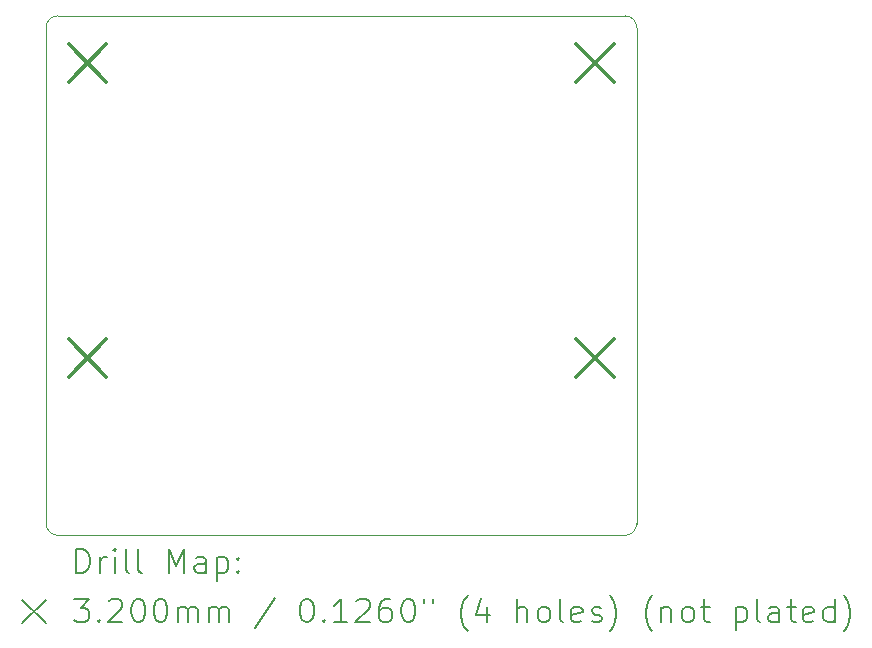
<source format=gbr>
%TF.GenerationSoftware,KiCad,Pcbnew,8.0.8*%
%TF.CreationDate,2025-04-18T09:22:20-04:00*%
%TF.ProjectId,RF4463F30-test-board,52463434-3633-4463-9330-2d746573742d,rev?*%
%TF.SameCoordinates,Original*%
%TF.FileFunction,Drillmap*%
%TF.FilePolarity,Positive*%
%FSLAX45Y45*%
G04 Gerber Fmt 4.5, Leading zero omitted, Abs format (unit mm)*
G04 Created by KiCad (PCBNEW 8.0.8) date 2025-04-18 09:22:20*
%MOMM*%
%LPD*%
G01*
G04 APERTURE LIST*
%ADD10C,0.100000*%
%ADD11C,0.200000*%
%ADD12C,0.320000*%
G04 APERTURE END LIST*
D10*
X13650000Y-7500000D02*
X13650000Y-11700000D01*
X18550000Y-11800000D02*
X13750000Y-11800000D01*
X18650000Y-11700000D02*
G75*
G02*
X18550000Y-11800000I-100000J0D01*
G01*
X13650000Y-7500000D02*
G75*
G02*
X13750000Y-7400000I100000J0D01*
G01*
X18550000Y-7400000D02*
X13750000Y-7400000D01*
X18650000Y-11700000D02*
X18650000Y-7500000D01*
X18550000Y-7400000D02*
G75*
G02*
X18650000Y-7500000I0J-100000D01*
G01*
X13750000Y-11800000D02*
G75*
G02*
X13650000Y-11700000I0J100000D01*
G01*
D11*
D12*
X13840000Y-7640000D02*
X14160000Y-7960000D01*
X14160000Y-7640000D02*
X13840000Y-7960000D01*
X13840000Y-10140000D02*
X14160000Y-10460000D01*
X14160000Y-10140000D02*
X13840000Y-10460000D01*
X18140000Y-7640000D02*
X18460000Y-7960000D01*
X18460000Y-7640000D02*
X18140000Y-7960000D01*
X18140000Y-10140000D02*
X18460000Y-10460000D01*
X18460000Y-10140000D02*
X18140000Y-10460000D01*
D11*
X13905777Y-12116484D02*
X13905777Y-11916484D01*
X13905777Y-11916484D02*
X13953396Y-11916484D01*
X13953396Y-11916484D02*
X13981967Y-11926008D01*
X13981967Y-11926008D02*
X14001015Y-11945055D01*
X14001015Y-11945055D02*
X14010539Y-11964103D01*
X14010539Y-11964103D02*
X14020062Y-12002198D01*
X14020062Y-12002198D02*
X14020062Y-12030769D01*
X14020062Y-12030769D02*
X14010539Y-12068865D01*
X14010539Y-12068865D02*
X14001015Y-12087912D01*
X14001015Y-12087912D02*
X13981967Y-12106960D01*
X13981967Y-12106960D02*
X13953396Y-12116484D01*
X13953396Y-12116484D02*
X13905777Y-12116484D01*
X14105777Y-12116484D02*
X14105777Y-11983150D01*
X14105777Y-12021246D02*
X14115301Y-12002198D01*
X14115301Y-12002198D02*
X14124824Y-11992674D01*
X14124824Y-11992674D02*
X14143872Y-11983150D01*
X14143872Y-11983150D02*
X14162920Y-11983150D01*
X14229586Y-12116484D02*
X14229586Y-11983150D01*
X14229586Y-11916484D02*
X14220062Y-11926008D01*
X14220062Y-11926008D02*
X14229586Y-11935531D01*
X14229586Y-11935531D02*
X14239110Y-11926008D01*
X14239110Y-11926008D02*
X14229586Y-11916484D01*
X14229586Y-11916484D02*
X14229586Y-11935531D01*
X14353396Y-12116484D02*
X14334348Y-12106960D01*
X14334348Y-12106960D02*
X14324824Y-12087912D01*
X14324824Y-12087912D02*
X14324824Y-11916484D01*
X14458158Y-12116484D02*
X14439110Y-12106960D01*
X14439110Y-12106960D02*
X14429586Y-12087912D01*
X14429586Y-12087912D02*
X14429586Y-11916484D01*
X14686729Y-12116484D02*
X14686729Y-11916484D01*
X14686729Y-11916484D02*
X14753396Y-12059341D01*
X14753396Y-12059341D02*
X14820062Y-11916484D01*
X14820062Y-11916484D02*
X14820062Y-12116484D01*
X15001015Y-12116484D02*
X15001015Y-12011722D01*
X15001015Y-12011722D02*
X14991491Y-11992674D01*
X14991491Y-11992674D02*
X14972443Y-11983150D01*
X14972443Y-11983150D02*
X14934348Y-11983150D01*
X14934348Y-11983150D02*
X14915301Y-11992674D01*
X15001015Y-12106960D02*
X14981967Y-12116484D01*
X14981967Y-12116484D02*
X14934348Y-12116484D01*
X14934348Y-12116484D02*
X14915301Y-12106960D01*
X14915301Y-12106960D02*
X14905777Y-12087912D01*
X14905777Y-12087912D02*
X14905777Y-12068865D01*
X14905777Y-12068865D02*
X14915301Y-12049817D01*
X14915301Y-12049817D02*
X14934348Y-12040293D01*
X14934348Y-12040293D02*
X14981967Y-12040293D01*
X14981967Y-12040293D02*
X15001015Y-12030769D01*
X15096253Y-11983150D02*
X15096253Y-12183150D01*
X15096253Y-11992674D02*
X15115301Y-11983150D01*
X15115301Y-11983150D02*
X15153396Y-11983150D01*
X15153396Y-11983150D02*
X15172443Y-11992674D01*
X15172443Y-11992674D02*
X15181967Y-12002198D01*
X15181967Y-12002198D02*
X15191491Y-12021246D01*
X15191491Y-12021246D02*
X15191491Y-12078388D01*
X15191491Y-12078388D02*
X15181967Y-12097436D01*
X15181967Y-12097436D02*
X15172443Y-12106960D01*
X15172443Y-12106960D02*
X15153396Y-12116484D01*
X15153396Y-12116484D02*
X15115301Y-12116484D01*
X15115301Y-12116484D02*
X15096253Y-12106960D01*
X15277205Y-12097436D02*
X15286729Y-12106960D01*
X15286729Y-12106960D02*
X15277205Y-12116484D01*
X15277205Y-12116484D02*
X15267682Y-12106960D01*
X15267682Y-12106960D02*
X15277205Y-12097436D01*
X15277205Y-12097436D02*
X15277205Y-12116484D01*
X15277205Y-11992674D02*
X15286729Y-12002198D01*
X15286729Y-12002198D02*
X15277205Y-12011722D01*
X15277205Y-12011722D02*
X15267682Y-12002198D01*
X15267682Y-12002198D02*
X15277205Y-11992674D01*
X15277205Y-11992674D02*
X15277205Y-12011722D01*
X13445000Y-12345000D02*
X13645000Y-12545000D01*
X13645000Y-12345000D02*
X13445000Y-12545000D01*
X13886729Y-12336484D02*
X14010539Y-12336484D01*
X14010539Y-12336484D02*
X13943872Y-12412674D01*
X13943872Y-12412674D02*
X13972443Y-12412674D01*
X13972443Y-12412674D02*
X13991491Y-12422198D01*
X13991491Y-12422198D02*
X14001015Y-12431722D01*
X14001015Y-12431722D02*
X14010539Y-12450769D01*
X14010539Y-12450769D02*
X14010539Y-12498388D01*
X14010539Y-12498388D02*
X14001015Y-12517436D01*
X14001015Y-12517436D02*
X13991491Y-12526960D01*
X13991491Y-12526960D02*
X13972443Y-12536484D01*
X13972443Y-12536484D02*
X13915301Y-12536484D01*
X13915301Y-12536484D02*
X13896253Y-12526960D01*
X13896253Y-12526960D02*
X13886729Y-12517436D01*
X14096253Y-12517436D02*
X14105777Y-12526960D01*
X14105777Y-12526960D02*
X14096253Y-12536484D01*
X14096253Y-12536484D02*
X14086729Y-12526960D01*
X14086729Y-12526960D02*
X14096253Y-12517436D01*
X14096253Y-12517436D02*
X14096253Y-12536484D01*
X14181967Y-12355531D02*
X14191491Y-12346008D01*
X14191491Y-12346008D02*
X14210539Y-12336484D01*
X14210539Y-12336484D02*
X14258158Y-12336484D01*
X14258158Y-12336484D02*
X14277205Y-12346008D01*
X14277205Y-12346008D02*
X14286729Y-12355531D01*
X14286729Y-12355531D02*
X14296253Y-12374579D01*
X14296253Y-12374579D02*
X14296253Y-12393627D01*
X14296253Y-12393627D02*
X14286729Y-12422198D01*
X14286729Y-12422198D02*
X14172443Y-12536484D01*
X14172443Y-12536484D02*
X14296253Y-12536484D01*
X14420062Y-12336484D02*
X14439110Y-12336484D01*
X14439110Y-12336484D02*
X14458158Y-12346008D01*
X14458158Y-12346008D02*
X14467682Y-12355531D01*
X14467682Y-12355531D02*
X14477205Y-12374579D01*
X14477205Y-12374579D02*
X14486729Y-12412674D01*
X14486729Y-12412674D02*
X14486729Y-12460293D01*
X14486729Y-12460293D02*
X14477205Y-12498388D01*
X14477205Y-12498388D02*
X14467682Y-12517436D01*
X14467682Y-12517436D02*
X14458158Y-12526960D01*
X14458158Y-12526960D02*
X14439110Y-12536484D01*
X14439110Y-12536484D02*
X14420062Y-12536484D01*
X14420062Y-12536484D02*
X14401015Y-12526960D01*
X14401015Y-12526960D02*
X14391491Y-12517436D01*
X14391491Y-12517436D02*
X14381967Y-12498388D01*
X14381967Y-12498388D02*
X14372443Y-12460293D01*
X14372443Y-12460293D02*
X14372443Y-12412674D01*
X14372443Y-12412674D02*
X14381967Y-12374579D01*
X14381967Y-12374579D02*
X14391491Y-12355531D01*
X14391491Y-12355531D02*
X14401015Y-12346008D01*
X14401015Y-12346008D02*
X14420062Y-12336484D01*
X14610539Y-12336484D02*
X14629586Y-12336484D01*
X14629586Y-12336484D02*
X14648634Y-12346008D01*
X14648634Y-12346008D02*
X14658158Y-12355531D01*
X14658158Y-12355531D02*
X14667682Y-12374579D01*
X14667682Y-12374579D02*
X14677205Y-12412674D01*
X14677205Y-12412674D02*
X14677205Y-12460293D01*
X14677205Y-12460293D02*
X14667682Y-12498388D01*
X14667682Y-12498388D02*
X14658158Y-12517436D01*
X14658158Y-12517436D02*
X14648634Y-12526960D01*
X14648634Y-12526960D02*
X14629586Y-12536484D01*
X14629586Y-12536484D02*
X14610539Y-12536484D01*
X14610539Y-12536484D02*
X14591491Y-12526960D01*
X14591491Y-12526960D02*
X14581967Y-12517436D01*
X14581967Y-12517436D02*
X14572443Y-12498388D01*
X14572443Y-12498388D02*
X14562920Y-12460293D01*
X14562920Y-12460293D02*
X14562920Y-12412674D01*
X14562920Y-12412674D02*
X14572443Y-12374579D01*
X14572443Y-12374579D02*
X14581967Y-12355531D01*
X14581967Y-12355531D02*
X14591491Y-12346008D01*
X14591491Y-12346008D02*
X14610539Y-12336484D01*
X14762920Y-12536484D02*
X14762920Y-12403150D01*
X14762920Y-12422198D02*
X14772443Y-12412674D01*
X14772443Y-12412674D02*
X14791491Y-12403150D01*
X14791491Y-12403150D02*
X14820063Y-12403150D01*
X14820063Y-12403150D02*
X14839110Y-12412674D01*
X14839110Y-12412674D02*
X14848634Y-12431722D01*
X14848634Y-12431722D02*
X14848634Y-12536484D01*
X14848634Y-12431722D02*
X14858158Y-12412674D01*
X14858158Y-12412674D02*
X14877205Y-12403150D01*
X14877205Y-12403150D02*
X14905777Y-12403150D01*
X14905777Y-12403150D02*
X14924824Y-12412674D01*
X14924824Y-12412674D02*
X14934348Y-12431722D01*
X14934348Y-12431722D02*
X14934348Y-12536484D01*
X15029586Y-12536484D02*
X15029586Y-12403150D01*
X15029586Y-12422198D02*
X15039110Y-12412674D01*
X15039110Y-12412674D02*
X15058158Y-12403150D01*
X15058158Y-12403150D02*
X15086729Y-12403150D01*
X15086729Y-12403150D02*
X15105777Y-12412674D01*
X15105777Y-12412674D02*
X15115301Y-12431722D01*
X15115301Y-12431722D02*
X15115301Y-12536484D01*
X15115301Y-12431722D02*
X15124824Y-12412674D01*
X15124824Y-12412674D02*
X15143872Y-12403150D01*
X15143872Y-12403150D02*
X15172443Y-12403150D01*
X15172443Y-12403150D02*
X15191491Y-12412674D01*
X15191491Y-12412674D02*
X15201015Y-12431722D01*
X15201015Y-12431722D02*
X15201015Y-12536484D01*
X15591491Y-12326960D02*
X15420063Y-12584103D01*
X15848634Y-12336484D02*
X15867682Y-12336484D01*
X15867682Y-12336484D02*
X15886729Y-12346008D01*
X15886729Y-12346008D02*
X15896253Y-12355531D01*
X15896253Y-12355531D02*
X15905777Y-12374579D01*
X15905777Y-12374579D02*
X15915301Y-12412674D01*
X15915301Y-12412674D02*
X15915301Y-12460293D01*
X15915301Y-12460293D02*
X15905777Y-12498388D01*
X15905777Y-12498388D02*
X15896253Y-12517436D01*
X15896253Y-12517436D02*
X15886729Y-12526960D01*
X15886729Y-12526960D02*
X15867682Y-12536484D01*
X15867682Y-12536484D02*
X15848634Y-12536484D01*
X15848634Y-12536484D02*
X15829586Y-12526960D01*
X15829586Y-12526960D02*
X15820063Y-12517436D01*
X15820063Y-12517436D02*
X15810539Y-12498388D01*
X15810539Y-12498388D02*
X15801015Y-12460293D01*
X15801015Y-12460293D02*
X15801015Y-12412674D01*
X15801015Y-12412674D02*
X15810539Y-12374579D01*
X15810539Y-12374579D02*
X15820063Y-12355531D01*
X15820063Y-12355531D02*
X15829586Y-12346008D01*
X15829586Y-12346008D02*
X15848634Y-12336484D01*
X16001015Y-12517436D02*
X16010539Y-12526960D01*
X16010539Y-12526960D02*
X16001015Y-12536484D01*
X16001015Y-12536484D02*
X15991491Y-12526960D01*
X15991491Y-12526960D02*
X16001015Y-12517436D01*
X16001015Y-12517436D02*
X16001015Y-12536484D01*
X16201015Y-12536484D02*
X16086729Y-12536484D01*
X16143872Y-12536484D02*
X16143872Y-12336484D01*
X16143872Y-12336484D02*
X16124825Y-12365055D01*
X16124825Y-12365055D02*
X16105777Y-12384103D01*
X16105777Y-12384103D02*
X16086729Y-12393627D01*
X16277206Y-12355531D02*
X16286729Y-12346008D01*
X16286729Y-12346008D02*
X16305777Y-12336484D01*
X16305777Y-12336484D02*
X16353396Y-12336484D01*
X16353396Y-12336484D02*
X16372444Y-12346008D01*
X16372444Y-12346008D02*
X16381967Y-12355531D01*
X16381967Y-12355531D02*
X16391491Y-12374579D01*
X16391491Y-12374579D02*
X16391491Y-12393627D01*
X16391491Y-12393627D02*
X16381967Y-12422198D01*
X16381967Y-12422198D02*
X16267682Y-12536484D01*
X16267682Y-12536484D02*
X16391491Y-12536484D01*
X16562920Y-12336484D02*
X16524825Y-12336484D01*
X16524825Y-12336484D02*
X16505777Y-12346008D01*
X16505777Y-12346008D02*
X16496253Y-12355531D01*
X16496253Y-12355531D02*
X16477206Y-12384103D01*
X16477206Y-12384103D02*
X16467682Y-12422198D01*
X16467682Y-12422198D02*
X16467682Y-12498388D01*
X16467682Y-12498388D02*
X16477206Y-12517436D01*
X16477206Y-12517436D02*
X16486729Y-12526960D01*
X16486729Y-12526960D02*
X16505777Y-12536484D01*
X16505777Y-12536484D02*
X16543872Y-12536484D01*
X16543872Y-12536484D02*
X16562920Y-12526960D01*
X16562920Y-12526960D02*
X16572444Y-12517436D01*
X16572444Y-12517436D02*
X16581967Y-12498388D01*
X16581967Y-12498388D02*
X16581967Y-12450769D01*
X16581967Y-12450769D02*
X16572444Y-12431722D01*
X16572444Y-12431722D02*
X16562920Y-12422198D01*
X16562920Y-12422198D02*
X16543872Y-12412674D01*
X16543872Y-12412674D02*
X16505777Y-12412674D01*
X16505777Y-12412674D02*
X16486729Y-12422198D01*
X16486729Y-12422198D02*
X16477206Y-12431722D01*
X16477206Y-12431722D02*
X16467682Y-12450769D01*
X16705777Y-12336484D02*
X16724825Y-12336484D01*
X16724825Y-12336484D02*
X16743872Y-12346008D01*
X16743872Y-12346008D02*
X16753396Y-12355531D01*
X16753396Y-12355531D02*
X16762920Y-12374579D01*
X16762920Y-12374579D02*
X16772444Y-12412674D01*
X16772444Y-12412674D02*
X16772444Y-12460293D01*
X16772444Y-12460293D02*
X16762920Y-12498388D01*
X16762920Y-12498388D02*
X16753396Y-12517436D01*
X16753396Y-12517436D02*
X16743872Y-12526960D01*
X16743872Y-12526960D02*
X16724825Y-12536484D01*
X16724825Y-12536484D02*
X16705777Y-12536484D01*
X16705777Y-12536484D02*
X16686729Y-12526960D01*
X16686729Y-12526960D02*
X16677206Y-12517436D01*
X16677206Y-12517436D02*
X16667682Y-12498388D01*
X16667682Y-12498388D02*
X16658158Y-12460293D01*
X16658158Y-12460293D02*
X16658158Y-12412674D01*
X16658158Y-12412674D02*
X16667682Y-12374579D01*
X16667682Y-12374579D02*
X16677206Y-12355531D01*
X16677206Y-12355531D02*
X16686729Y-12346008D01*
X16686729Y-12346008D02*
X16705777Y-12336484D01*
X16848634Y-12336484D02*
X16848634Y-12374579D01*
X16924825Y-12336484D02*
X16924825Y-12374579D01*
X17220063Y-12612674D02*
X17210539Y-12603150D01*
X17210539Y-12603150D02*
X17191491Y-12574579D01*
X17191491Y-12574579D02*
X17181968Y-12555531D01*
X17181968Y-12555531D02*
X17172444Y-12526960D01*
X17172444Y-12526960D02*
X17162920Y-12479341D01*
X17162920Y-12479341D02*
X17162920Y-12441246D01*
X17162920Y-12441246D02*
X17172444Y-12393627D01*
X17172444Y-12393627D02*
X17181968Y-12365055D01*
X17181968Y-12365055D02*
X17191491Y-12346008D01*
X17191491Y-12346008D02*
X17210539Y-12317436D01*
X17210539Y-12317436D02*
X17220063Y-12307912D01*
X17381968Y-12403150D02*
X17381968Y-12536484D01*
X17334349Y-12326960D02*
X17286730Y-12469817D01*
X17286730Y-12469817D02*
X17410539Y-12469817D01*
X17639111Y-12536484D02*
X17639111Y-12336484D01*
X17724825Y-12536484D02*
X17724825Y-12431722D01*
X17724825Y-12431722D02*
X17715301Y-12412674D01*
X17715301Y-12412674D02*
X17696253Y-12403150D01*
X17696253Y-12403150D02*
X17667682Y-12403150D01*
X17667682Y-12403150D02*
X17648634Y-12412674D01*
X17648634Y-12412674D02*
X17639111Y-12422198D01*
X17848634Y-12536484D02*
X17829587Y-12526960D01*
X17829587Y-12526960D02*
X17820063Y-12517436D01*
X17820063Y-12517436D02*
X17810539Y-12498388D01*
X17810539Y-12498388D02*
X17810539Y-12441246D01*
X17810539Y-12441246D02*
X17820063Y-12422198D01*
X17820063Y-12422198D02*
X17829587Y-12412674D01*
X17829587Y-12412674D02*
X17848634Y-12403150D01*
X17848634Y-12403150D02*
X17877206Y-12403150D01*
X17877206Y-12403150D02*
X17896253Y-12412674D01*
X17896253Y-12412674D02*
X17905777Y-12422198D01*
X17905777Y-12422198D02*
X17915301Y-12441246D01*
X17915301Y-12441246D02*
X17915301Y-12498388D01*
X17915301Y-12498388D02*
X17905777Y-12517436D01*
X17905777Y-12517436D02*
X17896253Y-12526960D01*
X17896253Y-12526960D02*
X17877206Y-12536484D01*
X17877206Y-12536484D02*
X17848634Y-12536484D01*
X18029587Y-12536484D02*
X18010539Y-12526960D01*
X18010539Y-12526960D02*
X18001015Y-12507912D01*
X18001015Y-12507912D02*
X18001015Y-12336484D01*
X18181968Y-12526960D02*
X18162920Y-12536484D01*
X18162920Y-12536484D02*
X18124825Y-12536484D01*
X18124825Y-12536484D02*
X18105777Y-12526960D01*
X18105777Y-12526960D02*
X18096253Y-12507912D01*
X18096253Y-12507912D02*
X18096253Y-12431722D01*
X18096253Y-12431722D02*
X18105777Y-12412674D01*
X18105777Y-12412674D02*
X18124825Y-12403150D01*
X18124825Y-12403150D02*
X18162920Y-12403150D01*
X18162920Y-12403150D02*
X18181968Y-12412674D01*
X18181968Y-12412674D02*
X18191492Y-12431722D01*
X18191492Y-12431722D02*
X18191492Y-12450769D01*
X18191492Y-12450769D02*
X18096253Y-12469817D01*
X18267682Y-12526960D02*
X18286730Y-12536484D01*
X18286730Y-12536484D02*
X18324825Y-12536484D01*
X18324825Y-12536484D02*
X18343873Y-12526960D01*
X18343873Y-12526960D02*
X18353396Y-12507912D01*
X18353396Y-12507912D02*
X18353396Y-12498388D01*
X18353396Y-12498388D02*
X18343873Y-12479341D01*
X18343873Y-12479341D02*
X18324825Y-12469817D01*
X18324825Y-12469817D02*
X18296253Y-12469817D01*
X18296253Y-12469817D02*
X18277206Y-12460293D01*
X18277206Y-12460293D02*
X18267682Y-12441246D01*
X18267682Y-12441246D02*
X18267682Y-12431722D01*
X18267682Y-12431722D02*
X18277206Y-12412674D01*
X18277206Y-12412674D02*
X18296253Y-12403150D01*
X18296253Y-12403150D02*
X18324825Y-12403150D01*
X18324825Y-12403150D02*
X18343873Y-12412674D01*
X18420063Y-12612674D02*
X18429587Y-12603150D01*
X18429587Y-12603150D02*
X18448634Y-12574579D01*
X18448634Y-12574579D02*
X18458158Y-12555531D01*
X18458158Y-12555531D02*
X18467682Y-12526960D01*
X18467682Y-12526960D02*
X18477206Y-12479341D01*
X18477206Y-12479341D02*
X18477206Y-12441246D01*
X18477206Y-12441246D02*
X18467682Y-12393627D01*
X18467682Y-12393627D02*
X18458158Y-12365055D01*
X18458158Y-12365055D02*
X18448634Y-12346008D01*
X18448634Y-12346008D02*
X18429587Y-12317436D01*
X18429587Y-12317436D02*
X18420063Y-12307912D01*
X18781968Y-12612674D02*
X18772444Y-12603150D01*
X18772444Y-12603150D02*
X18753396Y-12574579D01*
X18753396Y-12574579D02*
X18743873Y-12555531D01*
X18743873Y-12555531D02*
X18734349Y-12526960D01*
X18734349Y-12526960D02*
X18724825Y-12479341D01*
X18724825Y-12479341D02*
X18724825Y-12441246D01*
X18724825Y-12441246D02*
X18734349Y-12393627D01*
X18734349Y-12393627D02*
X18743873Y-12365055D01*
X18743873Y-12365055D02*
X18753396Y-12346008D01*
X18753396Y-12346008D02*
X18772444Y-12317436D01*
X18772444Y-12317436D02*
X18781968Y-12307912D01*
X18858158Y-12403150D02*
X18858158Y-12536484D01*
X18858158Y-12422198D02*
X18867682Y-12412674D01*
X18867682Y-12412674D02*
X18886730Y-12403150D01*
X18886730Y-12403150D02*
X18915301Y-12403150D01*
X18915301Y-12403150D02*
X18934349Y-12412674D01*
X18934349Y-12412674D02*
X18943873Y-12431722D01*
X18943873Y-12431722D02*
X18943873Y-12536484D01*
X19067682Y-12536484D02*
X19048634Y-12526960D01*
X19048634Y-12526960D02*
X19039111Y-12517436D01*
X19039111Y-12517436D02*
X19029587Y-12498388D01*
X19029587Y-12498388D02*
X19029587Y-12441246D01*
X19029587Y-12441246D02*
X19039111Y-12422198D01*
X19039111Y-12422198D02*
X19048634Y-12412674D01*
X19048634Y-12412674D02*
X19067682Y-12403150D01*
X19067682Y-12403150D02*
X19096254Y-12403150D01*
X19096254Y-12403150D02*
X19115301Y-12412674D01*
X19115301Y-12412674D02*
X19124825Y-12422198D01*
X19124825Y-12422198D02*
X19134349Y-12441246D01*
X19134349Y-12441246D02*
X19134349Y-12498388D01*
X19134349Y-12498388D02*
X19124825Y-12517436D01*
X19124825Y-12517436D02*
X19115301Y-12526960D01*
X19115301Y-12526960D02*
X19096254Y-12536484D01*
X19096254Y-12536484D02*
X19067682Y-12536484D01*
X19191492Y-12403150D02*
X19267682Y-12403150D01*
X19220063Y-12336484D02*
X19220063Y-12507912D01*
X19220063Y-12507912D02*
X19229587Y-12526960D01*
X19229587Y-12526960D02*
X19248634Y-12536484D01*
X19248634Y-12536484D02*
X19267682Y-12536484D01*
X19486730Y-12403150D02*
X19486730Y-12603150D01*
X19486730Y-12412674D02*
X19505777Y-12403150D01*
X19505777Y-12403150D02*
X19543873Y-12403150D01*
X19543873Y-12403150D02*
X19562920Y-12412674D01*
X19562920Y-12412674D02*
X19572444Y-12422198D01*
X19572444Y-12422198D02*
X19581968Y-12441246D01*
X19581968Y-12441246D02*
X19581968Y-12498388D01*
X19581968Y-12498388D02*
X19572444Y-12517436D01*
X19572444Y-12517436D02*
X19562920Y-12526960D01*
X19562920Y-12526960D02*
X19543873Y-12536484D01*
X19543873Y-12536484D02*
X19505777Y-12536484D01*
X19505777Y-12536484D02*
X19486730Y-12526960D01*
X19696254Y-12536484D02*
X19677206Y-12526960D01*
X19677206Y-12526960D02*
X19667682Y-12507912D01*
X19667682Y-12507912D02*
X19667682Y-12336484D01*
X19858158Y-12536484D02*
X19858158Y-12431722D01*
X19858158Y-12431722D02*
X19848635Y-12412674D01*
X19848635Y-12412674D02*
X19829587Y-12403150D01*
X19829587Y-12403150D02*
X19791492Y-12403150D01*
X19791492Y-12403150D02*
X19772444Y-12412674D01*
X19858158Y-12526960D02*
X19839111Y-12536484D01*
X19839111Y-12536484D02*
X19791492Y-12536484D01*
X19791492Y-12536484D02*
X19772444Y-12526960D01*
X19772444Y-12526960D02*
X19762920Y-12507912D01*
X19762920Y-12507912D02*
X19762920Y-12488865D01*
X19762920Y-12488865D02*
X19772444Y-12469817D01*
X19772444Y-12469817D02*
X19791492Y-12460293D01*
X19791492Y-12460293D02*
X19839111Y-12460293D01*
X19839111Y-12460293D02*
X19858158Y-12450769D01*
X19924825Y-12403150D02*
X20001015Y-12403150D01*
X19953396Y-12336484D02*
X19953396Y-12507912D01*
X19953396Y-12507912D02*
X19962920Y-12526960D01*
X19962920Y-12526960D02*
X19981968Y-12536484D01*
X19981968Y-12536484D02*
X20001015Y-12536484D01*
X20143873Y-12526960D02*
X20124825Y-12536484D01*
X20124825Y-12536484D02*
X20086730Y-12536484D01*
X20086730Y-12536484D02*
X20067682Y-12526960D01*
X20067682Y-12526960D02*
X20058158Y-12507912D01*
X20058158Y-12507912D02*
X20058158Y-12431722D01*
X20058158Y-12431722D02*
X20067682Y-12412674D01*
X20067682Y-12412674D02*
X20086730Y-12403150D01*
X20086730Y-12403150D02*
X20124825Y-12403150D01*
X20124825Y-12403150D02*
X20143873Y-12412674D01*
X20143873Y-12412674D02*
X20153396Y-12431722D01*
X20153396Y-12431722D02*
X20153396Y-12450769D01*
X20153396Y-12450769D02*
X20058158Y-12469817D01*
X20324825Y-12536484D02*
X20324825Y-12336484D01*
X20324825Y-12526960D02*
X20305777Y-12536484D01*
X20305777Y-12536484D02*
X20267682Y-12536484D01*
X20267682Y-12536484D02*
X20248635Y-12526960D01*
X20248635Y-12526960D02*
X20239111Y-12517436D01*
X20239111Y-12517436D02*
X20229587Y-12498388D01*
X20229587Y-12498388D02*
X20229587Y-12441246D01*
X20229587Y-12441246D02*
X20239111Y-12422198D01*
X20239111Y-12422198D02*
X20248635Y-12412674D01*
X20248635Y-12412674D02*
X20267682Y-12403150D01*
X20267682Y-12403150D02*
X20305777Y-12403150D01*
X20305777Y-12403150D02*
X20324825Y-12412674D01*
X20401016Y-12612674D02*
X20410539Y-12603150D01*
X20410539Y-12603150D02*
X20429587Y-12574579D01*
X20429587Y-12574579D02*
X20439111Y-12555531D01*
X20439111Y-12555531D02*
X20448635Y-12526960D01*
X20448635Y-12526960D02*
X20458158Y-12479341D01*
X20458158Y-12479341D02*
X20458158Y-12441246D01*
X20458158Y-12441246D02*
X20448635Y-12393627D01*
X20448635Y-12393627D02*
X20439111Y-12365055D01*
X20439111Y-12365055D02*
X20429587Y-12346008D01*
X20429587Y-12346008D02*
X20410539Y-12317436D01*
X20410539Y-12317436D02*
X20401016Y-12307912D01*
M02*

</source>
